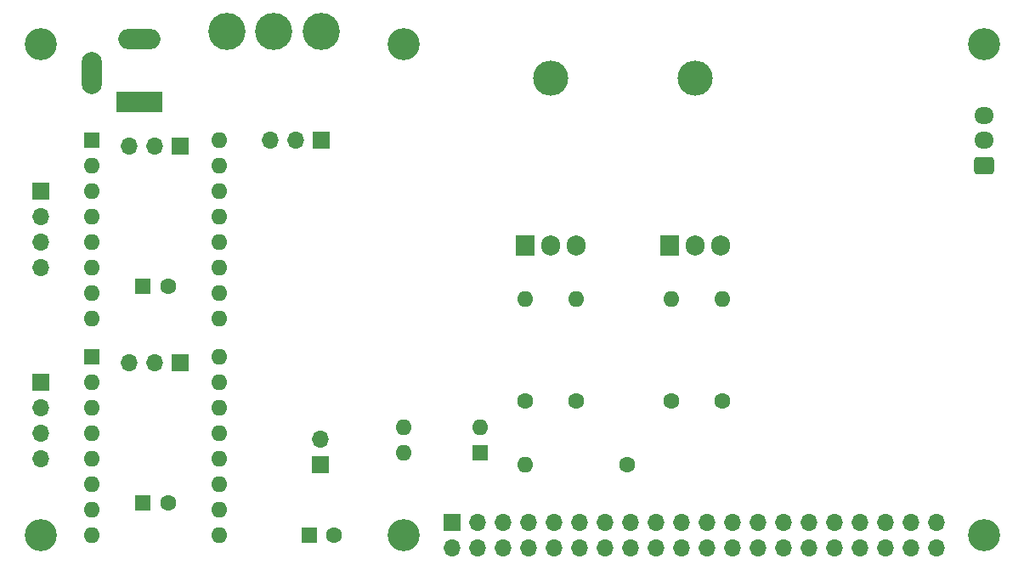
<source format=gbr>
%TF.GenerationSoftware,KiCad,Pcbnew,8.0.6*%
%TF.CreationDate,2024-11-25T18:38:04+01:00*%
%TF.ProjectId,pi-shield,70692d73-6869-4656-9c64-2e6b69636164,rev?*%
%TF.SameCoordinates,Original*%
%TF.FileFunction,Soldermask,Top*%
%TF.FilePolarity,Negative*%
%FSLAX46Y46*%
G04 Gerber Fmt 4.6, Leading zero omitted, Abs format (unit mm)*
G04 Created by KiCad (PCBNEW 8.0.6) date 2024-11-25 18:38:04*
%MOMM*%
%LPD*%
G01*
G04 APERTURE LIST*
G04 Aperture macros list*
%AMRoundRect*
0 Rectangle with rounded corners*
0 $1 Rounding radius*
0 $2 $3 $4 $5 $6 $7 $8 $9 X,Y pos of 4 corners*
0 Add a 4 corners polygon primitive as box body*
4,1,4,$2,$3,$4,$5,$6,$7,$8,$9,$2,$3,0*
0 Add four circle primitives for the rounded corners*
1,1,$1+$1,$2,$3*
1,1,$1+$1,$4,$5*
1,1,$1+$1,$6,$7*
1,1,$1+$1,$8,$9*
0 Add four rect primitives between the rounded corners*
20,1,$1+$1,$2,$3,$4,$5,0*
20,1,$1+$1,$4,$5,$6,$7,0*
20,1,$1+$1,$6,$7,$8,$9,0*
20,1,$1+$1,$8,$9,$2,$3,0*%
G04 Aperture macros list end*
%ADD10R,1.600000X1.600000*%
%ADD11O,1.600000X1.600000*%
%ADD12C,3.200000*%
%ADD13R,1.700000X1.700000*%
%ADD14O,1.700000X1.700000*%
%ADD15C,1.600000*%
%ADD16RoundRect,0.250000X0.725000X-0.600000X0.725000X0.600000X-0.725000X0.600000X-0.725000X-0.600000X0*%
%ADD17O,1.950000X1.700000*%
%ADD18O,3.500000X3.500000*%
%ADD19R,1.905000X2.000000*%
%ADD20O,1.905000X2.000000*%
%ADD21R,4.600000X2.000000*%
%ADD22O,4.200000X2.000000*%
%ADD23O,2.000000X4.200000*%
%ADD24C,3.700000*%
G04 APERTURE END LIST*
D10*
%TO.C,A2*%
X5080000Y17780000D03*
D11*
X5080000Y15240000D03*
X5080000Y12700000D03*
X5080000Y10160000D03*
X5080000Y7620000D03*
X5080000Y5080000D03*
X5080000Y2540000D03*
X5080000Y0D03*
X17780000Y0D03*
X17780000Y2540000D03*
X17780000Y5080000D03*
X17780000Y7620000D03*
X17780000Y10160000D03*
X17780000Y12700000D03*
X17780000Y15240000D03*
X17780000Y17780000D03*
%TD*%
D12*
%TO.C,REF\u002A\u002A*%
X36195000Y48895000D03*
%TD*%
D13*
%TO.C,J7*%
X0Y15240000D03*
D14*
X0Y12700000D03*
X0Y10160000D03*
X0Y7620000D03*
%TD*%
D12*
%TO.C,REF\u002A\u002A*%
X36195000Y0D03*
%TD*%
D15*
%TO.C,R1*%
X53340000Y13335000D03*
D11*
X53340000Y23495000D03*
%TD*%
D10*
%TO.C,C2*%
X10200000Y24765000D03*
D15*
X12700000Y24765000D03*
%TD*%
D10*
%TO.C,U1*%
X43805000Y8250000D03*
D11*
X43805000Y10790000D03*
X36185000Y10790000D03*
X36185000Y8250000D03*
%TD*%
D15*
%TO.C,R5*%
X58420000Y6985000D03*
D11*
X48260000Y6985000D03*
%TD*%
D12*
%TO.C,REF\u002A\u002A*%
X93980000Y48895000D03*
%TD*%
%TO.C,REF\u002A\u002A*%
X0Y0D03*
%TD*%
D10*
%TO.C,C3*%
X10200000Y3175000D03*
D15*
X12700000Y3175000D03*
%TD*%
D16*
%TO.C,J8*%
X93980000Y36830000D03*
D17*
X93980000Y39330000D03*
X93980000Y41830000D03*
%TD*%
D13*
%TO.C,J2*%
X27940000Y39370000D03*
D14*
X25400000Y39370000D03*
X22860000Y39370000D03*
%TD*%
D10*
%TO.C,C1*%
X26757621Y0D03*
D15*
X29257621Y0D03*
%TD*%
D18*
%TO.C,Q1*%
X50800000Y45530000D03*
D19*
X48260000Y28870000D03*
D20*
X50800000Y28870000D03*
X53340000Y28870000D03*
%TD*%
D18*
%TO.C,Q2*%
X65246250Y45530000D03*
D19*
X62706250Y28870000D03*
D20*
X65246250Y28870000D03*
X67786250Y28870000D03*
%TD*%
D15*
%TO.C,R4*%
X62865000Y13335000D03*
D11*
X62865000Y23495000D03*
%TD*%
D15*
%TO.C,R2*%
X48260000Y13335000D03*
D11*
X48260000Y23495000D03*
%TD*%
D13*
%TO.C,J4*%
X13955000Y38735000D03*
D14*
X11415000Y38735000D03*
X8875000Y38735000D03*
%TD*%
D12*
%TO.C,REF\u002A\u002A*%
X0Y48895000D03*
%TD*%
D13*
%TO.C,J3*%
X40970200Y1270000D03*
D14*
X40970200Y-1270000D03*
X43510200Y1270000D03*
X43510200Y-1270000D03*
X46050200Y1270000D03*
X46050200Y-1270000D03*
X48590200Y1270000D03*
X48590200Y-1270000D03*
X51130200Y1270000D03*
X51130200Y-1270000D03*
X53670200Y1270000D03*
X53670200Y-1270000D03*
X56210200Y1270000D03*
X56210200Y-1270000D03*
X58750200Y1270000D03*
X58750200Y-1270000D03*
X61290200Y1270000D03*
X61290200Y-1270000D03*
X63830200Y1270000D03*
X63830200Y-1270000D03*
X66370200Y1270000D03*
X66370200Y-1270000D03*
X68910200Y1270000D03*
X68910200Y-1270000D03*
X71450200Y1270000D03*
X71450200Y-1270000D03*
X73990200Y1270000D03*
X73990200Y-1270000D03*
X76530200Y1270000D03*
X76530200Y-1270000D03*
X79070200Y1270000D03*
X79070200Y-1270000D03*
X81610200Y1270000D03*
X81610200Y-1270000D03*
X84150200Y1270000D03*
X84150200Y-1270000D03*
X86690200Y1270000D03*
X86690200Y-1270000D03*
X89230200Y1270000D03*
X89230200Y-1270000D03*
%TD*%
D12*
%TO.C,REF\u002A\u002A*%
X93980000Y0D03*
%TD*%
D13*
%TO.C,J6*%
X13955000Y17145000D03*
D14*
X11415000Y17145000D03*
X8875000Y17145000D03*
%TD*%
D15*
%TO.C,R3*%
X67945000Y13335000D03*
D11*
X67945000Y23495000D03*
%TD*%
D13*
%TO.C,J5*%
X0Y34290000D03*
D14*
X0Y31750000D03*
X0Y29210000D03*
X0Y26670000D03*
%TD*%
D10*
%TO.C,A1*%
X5080000Y39370000D03*
D11*
X5080000Y36830000D03*
X5080000Y34290000D03*
X5080000Y31750000D03*
X5080000Y29210000D03*
X5080000Y26670000D03*
X5080000Y24130000D03*
X5080000Y21590000D03*
X17780000Y21590000D03*
X17780000Y24130000D03*
X17780000Y26670000D03*
X17780000Y29210000D03*
X17780000Y31750000D03*
X17780000Y34290000D03*
X17780000Y36830000D03*
X17780000Y39370000D03*
%TD*%
D21*
%TO.C,J1*%
X9880000Y43180000D03*
D22*
X9880000Y49480000D03*
D23*
X5080000Y46080000D03*
%TD*%
D13*
%TO.C,J9*%
X27915000Y7005000D03*
D14*
X27915000Y9545000D03*
%TD*%
D24*
%TO.C,SW1*%
X18540000Y50165000D03*
X23240000Y50165000D03*
X27940000Y50165000D03*
%TD*%
M02*

</source>
